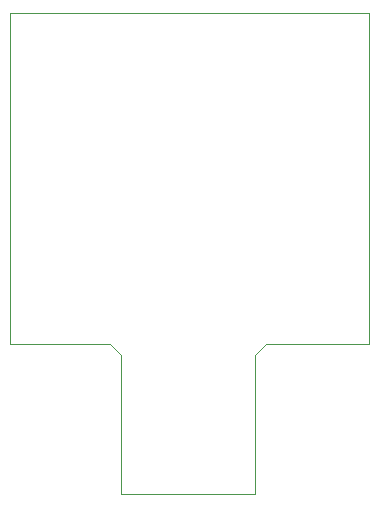
<source format=gbr>
G04 (created by PCBNEW (2013-mar-13)-testing) date Sun 15 Sep 2013 23:58:05 EST*
%MOIN*%
G04 Gerber Fmt 3.4, Leading zero omitted, Abs format*
%FSLAX34Y34*%
G01*
G70*
G90*
G04 APERTURE LIST*
%ADD10C,0.005906*%
%ADD11C,0.003937*%
G04 APERTURE END LIST*
G54D10*
G54D11*
X8188Y4744D02*
X8188Y102D01*
X11968Y5098D02*
X8543Y5098D01*
X8188Y4744D02*
X8543Y5098D01*
X11968Y16161D02*
X11968Y5098D01*
X0Y16161D02*
X11968Y16161D01*
X0Y5098D02*
X0Y16161D01*
X3350Y5098D02*
X0Y5098D01*
X3704Y4744D02*
X3350Y5098D01*
X3704Y102D02*
X3704Y4744D01*
X3704Y102D02*
X8188Y102D01*
M02*

</source>
